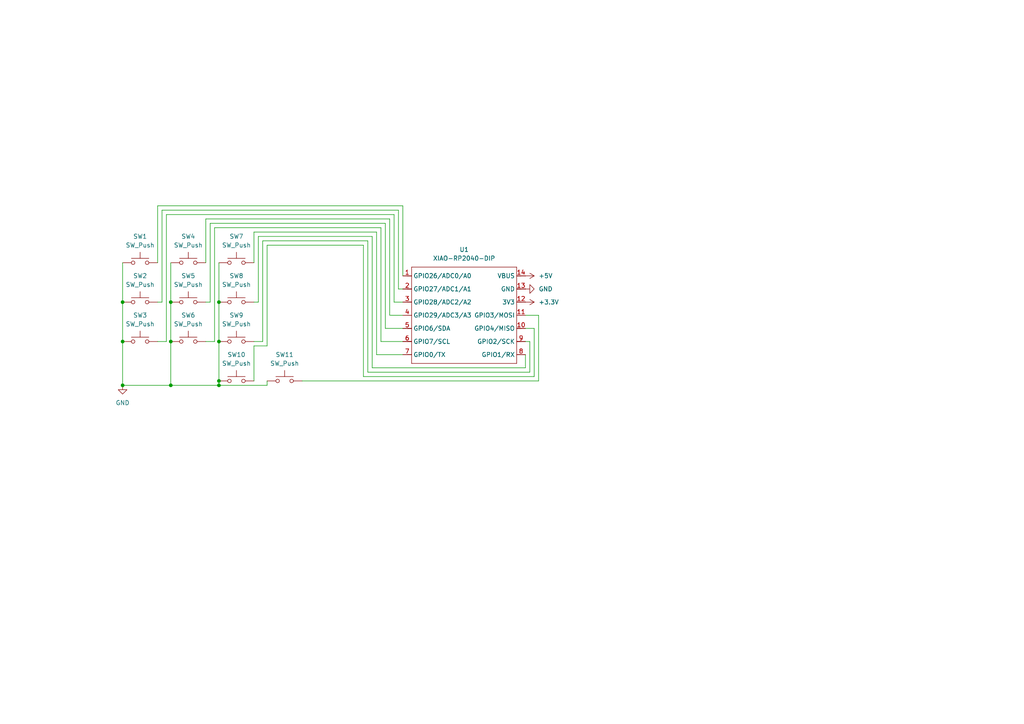
<source format=kicad_sch>
(kicad_sch (version 20250114) (generator "eeschema") (generator_version "9.0")
  (paper "A4")
  (lib_symbols
    (symbol "OPL:XIAO-RP2040-DIP"
      (property "Reference" "U" (at 0 0 0))
      (property "Value" "XIAO-RP2040-DIP" (at 5.334 -1.778 0))
      (symbol "XIAO-RP2040-DIP_1_0"
        (polyline (pts (xy -1.27 -2.54) (xy 29.21 -2.54)) (stroke (width 0.1524)))
        (polyline (pts (xy -1.27 -5.08) (xy -2.54 -5.08)) (stroke (width 0.1524)))
        (polyline (pts (xy -1.27 -5.08) (xy -1.27 -2.54)) (stroke (width 0.1524)))
        (polyline (pts (xy -1.27 -8.89) (xy -2.54 -8.89)) (stroke (width 0.1524)))
        (polyline (pts (xy -1.27 -8.89) (xy -1.27 -5.08)) (stroke (width 0.1524)))
        (polyline (pts (xy -1.27 -12.7) (xy -2.54 -12.7)) (stroke (width 0.1524)))
        (polyline (pts (xy -1.27 -12.7) (xy -1.27 -8.89)) (stroke (width 0.1524)))
        (polyline (pts (xy -1.27 -16.51) (xy -2.54 -16.51)) (stroke (width 0.1524)))
        (polyline (pts (xy -1.27 -16.51) (xy -1.27 -12.7)) (stroke (width 0.1524)))
        (polyline (pts (xy -1.27 -20.32) (xy -2.54 -20.32)) (stroke (width 0.1524)))
        (polyline (pts (xy -1.27 -24.13) (xy -2.54 -24.13)) (stroke (width 0.1524)))
        (polyline (pts (xy -1.27 -27.94) (xy -2.54 -27.94)) (stroke (width 0.1524)))
        (polyline (pts (xy -1.27 -30.48) (xy -1.27 -16.51)) (stroke (width 0.1524)))
        (polyline (pts (xy 29.21 -2.54) (xy 29.21 -5.08)) (stroke (width 0.1524)))
        (polyline (pts (xy 29.21 -5.08) (xy 29.21 -8.89)) (stroke (width 0.1524)))
        (polyline (pts (xy 29.21 -8.89) (xy 29.21 -12.7)) (stroke (width 0.1524)))
        (polyline (pts (xy 29.21 -12.7) (xy 29.21 -30.48)) (stroke (width 0.1524)))
        (polyline (pts (xy 29.21 -30.48) (xy -1.27 -30.48)) (stroke (width 0.1524)))
        (polyline (pts (xy 30.48 -5.08) (xy 29.21 -5.08)) (stroke (width 0.1524)))
        (polyline (pts (xy 30.48 -8.89) (xy 29.21 -8.89)) (stroke (width 0.1524)))
        (polyline (pts (xy 30.48 -12.7) (xy 29.21 -12.7)) (stroke (width 0.1524)))
        (polyline (pts (xy 30.48 -16.51) (xy 29.21 -16.51)) (stroke (width 0.1524)))
        (polyline (pts (xy 30.48 -20.32) (xy 29.21 -20.32)) (stroke (width 0.1524)))
        (polyline (pts (xy 30.48 -24.13) (xy 29.21 -24.13)) (stroke (width 0.1524)))
        (polyline (pts (xy 30.48 -27.94) (xy 29.21 -27.94)) (stroke (width 0.1524)))
        (pin passive line (at -3.81 -5.08 0) (length 2.54) (name "GPIO26/ADC0/A0") (number "1"))
        (pin passive line (at -3.81 -8.89 0) (length 2.54) (name "GPIO27/ADC1/A1") (number "2"))
        (pin passive line (at -3.81 -12.7 0) (length 2.54) (name "GPIO28/ADC2/A2") (number "3"))
        (pin passive line (at -3.81 -16.51 0) (length 2.54) (name "GPIO29/ADC3/A3") (number "4"))
        (pin passive line (at -3.81 -20.32 0) (length 2.54) (name "GPIO6/SDA") (number "5"))
        (pin passive line (at -3.81 -24.13 0) (length 2.54) (name "GPIO7/SCL") (number "6"))
        (pin passive line (at -3.81 -27.94 0) (length 2.54) (name "GPIO0/TX") (number "7"))
        (pin passive line (at 31.75 -5.08 180) (length 2.54) (name "VBUS") (number "14"))
        (pin passive line (at 31.75 -8.89 180) (length 2.54) (name "GND") (number "13"))
        (pin passive line (at 31.75 -12.7 180) (length 2.54) (name "3V3") (number "12"))
        (pin passive line (at 31.75 -16.51 180) (length 2.54) (name "GPIO3/MOSI") (number "11"))
        (pin passive line (at 31.75 -20.32 180) (length 2.54) (name "GPIO4/MISO") (number "10"))
        (pin passive line (at 31.75 -24.13 180) (length 2.54) (name "GPIO2/SCK") (number "9"))
        (pin passive line (at 31.75 -27.94 180) (length 2.54) (name "GPIO1/RX") (number "8"))
      )
    )
    (symbol "Switch:SW_Push" (pin_numbers (hide yes)) (pin_names (offset 1.016) (hide yes))
      (property "Reference" "SW" (at 1.27 2.54 0))
      (property "Value" "SW_Push" (at 0 -1.524 0))
      (symbol "SW_Push_0_1"
        (circle (center -2.032 0) (radius 0.508))
        (polyline (pts (xy 0 1.27) (xy 0 3.048)))
        (circle (center 2.032 0) (radius 0.508))
        (polyline (pts (xy 2.54 1.27) (xy -2.54 1.27)))
        (pin passive line (at -5.08 0 0) (length 2.54) (name "1") (number "1"))
        (pin passive line (at 5.08 0 180) (length 2.54) (name "2") (number "2"))
      )
    )
    (symbol "power:+3.3V" (power) (pin_numbers (hide yes)) (pin_names (offset 0) (hide yes))
      (property "Value" "+3.3V" (at 0 3.556 0))
      (symbol "+3.3V_0_1"
        (polyline (pts (xy -0.762 1.27) (xy 0 2.54)))
        (polyline (pts (xy 0 2.54) (xy 0.762 1.27)))
        (polyline (pts (xy 0 0) (xy 0 2.54)))
      )
      (symbol "+3.3V_1_1"
        (pin power_in line (at 0 0 90) (length 0) (name "~") (number "1"))
      )
    )
    (symbol "power:+5V" (power) (pin_numbers (hide yes)) (pin_names (offset 0) (hide yes))
      (property "Value" "+5V" (at 0 3.556 0))
      (symbol "+5V_0_1"
        (polyline (pts (xy -0.762 1.27) (xy 0 2.54)))
        (polyline (pts (xy 0 2.54) (xy 0.762 1.27)))
        (polyline (pts (xy 0 0) (xy 0 2.54)))
      )
      (symbol "+5V_1_1"
        (pin power_in line (at 0 0 90) (length 0) (name "~") (number "1"))
      )
    )
    (symbol "power:GND" (power) (pin_numbers (hide yes)) (pin_names (offset 0) (hide yes))
      (property "Value" "GND" (at 0 -3.81 0))
      (symbol "GND_0_1"
        (polyline (pts (xy 0 0) (xy 0 -1.27) (xy 1.27 -1.27) (xy 0 -2.54) (xy -1.27 -1.27) (xy 0 -1.27)))
      )
      (symbol "GND_1_1"
        (pin power_in line (at 0 0 270) (length 0) (name "~") (number "1"))
      )
    )
  )
  (junction (at 63.5 111.76))
  (junction (at 35.56 99.06))
  (junction (at 35.56 111.76))
  (junction (at 35.56 87.63))
  (junction (at 49.53 111.76))
  (junction (at 63.5 87.63))
  (junction (at 63.5 110.49))
  (junction (at 49.53 87.63))
  (junction (at 63.5 99.06))
  (junction (at 49.53 99.06))
  (wire (pts (xy 153.67 99.06) (xy 152.4 99.06)))
  (wire (pts (xy 73.66 100.33) (xy 77.47 100.33)))
  (wire (pts (xy 110.49 66.04) (xy 110.49 99.06)))
  (wire (pts (xy 114.3 62.23) (xy 114.3 87.63)))
  (wire (pts (xy 73.66 76.2) (xy 73.66 67.31)))
  (wire (pts (xy 154.94 95.25) (xy 152.4 95.25)))
  (wire (pts (xy 45.72 99.06) (xy 48.26 99.06)))
  (wire (pts (xy 111.76 64.77) (xy 111.76 95.25)))
  (wire (pts (xy 105.41 109.22) (xy 154.94 109.22)))
  (wire (pts (xy 73.66 99.06) (xy 76.2 99.06)))
  (wire (pts (xy 154.94 109.22) (xy 154.94 95.25)))
  (wire (pts (xy 35.56 87.63) (xy 35.56 99.06)))
  (wire (pts (xy 60.96 87.63) (xy 60.96 64.77)))
  (wire (pts (xy 74.93 68.58) (xy 107.95 68.58)))
  (wire (pts (xy 62.23 99.06) (xy 62.23 66.04)))
  (wire (pts (xy 156.21 91.44) (xy 152.4 91.44)))
  (wire (pts (xy 46.99 87.63) (xy 46.99 60.96)))
  (wire (pts (xy 49.53 76.2) (xy 49.53 87.63)))
  (wire (pts (xy 109.22 102.87) (xy 116.84 102.87)))
  (wire (pts (xy 107.95 68.58) (xy 107.95 106.68)))
  (wire (pts (xy 59.69 76.2) (xy 59.69 63.5)))
  (wire (pts (xy 110.49 99.06) (xy 116.84 99.06)))
  (wire (pts (xy 48.26 62.23) (xy 114.3 62.23)))
  (wire (pts (xy 107.95 106.68) (xy 152.4 106.68)))
  (wire (pts (xy 77.47 71.12) (xy 105.41 71.12)))
  (wire (pts (xy 49.53 87.63) (xy 49.53 99.06)))
  (wire (pts (xy 115.57 83.82) (xy 116.84 83.82)))
  (wire (pts (xy 73.66 87.63) (xy 74.93 87.63)))
  (wire (pts (xy 76.2 69.85) (xy 106.68 69.85)))
  (wire (pts (xy 45.72 59.69) (xy 116.84 59.69)))
  (wire (pts (xy 116.84 59.69) (xy 116.84 80.01)))
  (wire (pts (xy 60.96 64.77) (xy 111.76 64.77)))
  (wire (pts (xy 156.21 110.49) (xy 156.21 91.44)))
  (wire (pts (xy 77.47 100.33) (xy 77.47 71.12)))
  (wire (pts (xy 153.67 107.95) (xy 153.67 99.06)))
  (wire (pts (xy 62.23 66.04) (xy 110.49 66.04)))
  (wire (pts (xy 113.03 63.5) (xy 113.03 91.44)))
  (wire (pts (xy 105.41 71.12) (xy 105.41 109.22)))
  (wire (pts (xy 109.22 67.31) (xy 109.22 102.87)))
  (wire (pts (xy 45.72 87.63) (xy 46.99 87.63)))
  (wire (pts (xy 35.56 99.06) (xy 35.56 111.76)))
  (wire (pts (xy 106.68 69.85) (xy 106.68 107.95)))
  (wire (pts (xy 87.63 110.49) (xy 156.21 110.49)))
  (wire (pts (xy 113.03 91.44) (xy 116.84 91.44)))
  (wire (pts (xy 73.66 67.31) (xy 109.22 67.31)))
  (wire (pts (xy 59.69 87.63) (xy 60.96 87.63)))
  (wire (pts (xy 46.99 60.96) (xy 115.57 60.96)))
  (wire (pts (xy 152.4 106.68) (xy 152.4 102.87)))
  (wire (pts (xy 114.3 87.63) (xy 116.84 87.63)))
  (wire (pts (xy 77.47 111.76) (xy 77.47 110.49)))
  (wire (pts (xy 63.5 76.2) (xy 63.5 87.63)))
  (wire (pts (xy 73.66 110.49) (xy 73.66 100.33)))
  (wire (pts (xy 115.57 60.96) (xy 115.57 83.82)))
  (wire (pts (xy 45.72 76.2) (xy 45.72 59.69)))
  (wire (pts (xy 48.26 99.06) (xy 48.26 62.23)))
  (wire (pts (xy 76.2 99.06) (xy 76.2 69.85)))
  (wire (pts (xy 106.68 107.95) (xy 153.67 107.95)))
  (wire (pts (xy 63.5 111.76) (xy 63.5 110.49)))
  (wire (pts (xy 63.5 99.06) (xy 63.5 110.49)))
  (wire (pts (xy 35.56 111.76) (xy 49.53 111.76)))
  (wire (pts (xy 35.56 76.2) (xy 35.56 87.63)))
  (wire (pts (xy 59.69 99.06) (xy 62.23 99.06)))
  (wire (pts (xy 59.69 63.5) (xy 113.03 63.5)))
  (wire (pts (xy 111.76 95.25) (xy 116.84 95.25)))
  (wire (pts (xy 49.53 111.76) (xy 49.53 99.06)))
  (wire (pts (xy 63.5 111.76) (xy 77.47 111.76)))
  (wire (pts (xy 63.5 87.63) (xy 63.5 99.06)))
  (wire (pts (xy 74.93 87.63) (xy 74.93 68.58)))
  (wire (pts (xy 49.53 111.76) (xy 63.5 111.76)))
  (symbol (lib_id "power:GND") (at 152.4 83.82 90) (unit 1)
    (property "Reference" "#PWR01" (effects (hide yes)))
    (property "Value" "GND" (at 156.21 83.8199 90) (effects (justify right)))
    (property "Description" "Power symbol creates a global label with name \"GND\" , ground" (effects (hide yes)))
  )
  (symbol (lib_id "Switch:SW_Push") (at 82.55 110.49 0) (unit 1)
    (property "Reference" "SW11" (at 82.55 102.87 0))
    (property "Value" "SW_Push" (at 82.55 105.41 0))
    (property "Footprint" "Button_Switch_Keyboard:SW_Cherry_MX_1.00u_PCB" (effects (hide yes)))
    (property "Description" "Push button switch, generic, two pins" (effects (hide yes)))
  )
  (symbol (lib_id "Switch:SW_Push") (at 54.61 99.06 0) (unit 1)
    (property "Reference" "SW6" (at 54.61 91.44 0))
    (property "Value" "SW_Push" (at 54.61 93.98 0))
    (property "Footprint" "Button_Switch_Keyboard:SW_Cherry_MX_1.00u_PCB" (effects (hide yes)))
    (property "Description" "Push button switch, generic, two pins" (effects (hide yes)))
  )
  (symbol (lib_id "power:+5V") (at 152.4 80.01 270) (unit 1)
    (property "Reference" "#PWR03" (effects (hide yes)))
    (property "Value" "+5V" (at 156.21 80.0099 90) (effects (justify left)))
    (property "Description" "Power symbol creates a global label with name \"+5V\"" (effects (hide yes)))
  )
  (symbol (lib_id "Switch:SW_Push") (at 54.61 76.2 0) (unit 1)
    (property "Reference" "SW4" (at 54.61 68.58 0))
    (property "Value" "SW_Push" (at 54.61 71.12 0))
    (property "Footprint" "Button_Switch_Keyboard:SW_Cherry_MX_1.00u_PCB" (effects (hide yes)))
    (property "Description" "Push button switch, generic, two pins" (effects (hide yes)))
  )
  (symbol (lib_id "Switch:SW_Push") (at 68.58 110.49 0) (unit 1)
    (property "Reference" "SW10" (at 68.58 102.87 0))
    (property "Value" "SW_Push" (at 68.58 105.41 0))
    (property "Footprint" "Button_Switch_Keyboard:SW_Cherry_MX_1.00u_PCB" (effects (hide yes)))
    (property "Description" "Push button switch, generic, two pins" (effects (hide yes)))
  )
  (symbol (lib_id "Switch:SW_Push") (at 54.61 87.63 0) (unit 1)
    (property "Reference" "SW5" (at 54.61 80.01 0))
    (property "Value" "SW_Push" (at 54.61 82.55 0))
    (property "Footprint" "Button_Switch_Keyboard:SW_Cherry_MX_1.00u_PCB" (effects (hide yes)))
    (property "Description" "Push button switch, generic, two pins" (effects (hide yes)))
  )
  (symbol (lib_id "Switch:SW_Push") (at 40.64 87.63 0) (unit 1)
    (property "Reference" "SW2" (at 40.64 80.01 0))
    (property "Value" "SW_Push" (at 40.64 82.55 0))
    (property "Footprint" "Button_Switch_Keyboard:SW_Cherry_MX_1.00u_PCB" (effects (hide yes)))
    (property "Description" "Push button switch, generic, two pins" (effects (hide yes)))
  )
  (symbol (lib_id "power:+3.3V") (at 152.4 87.63 270) (unit 1)
    (property "Reference" "#PWR04" (effects (hide yes)))
    (property "Value" "+3.3V" (at 156.21 87.6299 90) (effects (justify left)))
    (property "Description" "Power symbol creates a global label with name \"+3.3V\"" (effects (hide yes)))
  )
  (symbol (lib_id "power:GND") (at 35.56 111.76 0) (unit 1)
    (property "Reference" "#PWR02" (effects (hide yes)))
    (property "Value" "GND" (at 35.56 116.84 0))
    (property "Description" "Power symbol creates a global label with name \"GND\" , ground" (effects (hide yes)))
  )
  (symbol (lib_id "OPL:XIAO-RP2040-DIP") (at 120.65 74.93 0) (unit 1)
    (property "Reference" "U1" (at 134.62 72.39 0))
    (property "Value" "XIAO-RP2040-DIP" (at 134.62 74.93 0))
    (property "Footprint" "OPL:XIAO-RP2040-DIP" (effects (hide yes)))
  )
  (symbol (lib_id "Switch:SW_Push") (at 68.58 99.06 0) (unit 1)
    (property "Reference" "SW9" (at 68.58 91.44 0))
    (property "Value" "SW_Push" (at 68.58 93.98 0))
    (property "Footprint" "Button_Switch_Keyboard:SW_Cherry_MX_1.00u_PCB" (effects (hide yes)))
    (property "Description" "Push button switch, generic, two pins" (effects (hide yes)))
  )
  (symbol (lib_id "Switch:SW_Push") (at 40.64 76.2 0) (unit 1)
    (property "Reference" "SW1" (at 40.64 68.58 0))
    (property "Value" "SW_Push" (at 40.64 71.12 0))
    (property "Footprint" "Button_Switch_Keyboard:SW_Cherry_MX_1.00u_PCB" (effects (hide yes)))
    (property "Description" "Push button switch, generic, two pins" (effects (hide yes)))
  )
  (symbol (lib_id "Switch:SW_Push") (at 68.58 87.63 0) (unit 1)
    (property "Reference" "SW8" (at 68.58 80.01 0))
    (property "Value" "SW_Push" (at 68.58 82.55 0))
    (property "Footprint" "Button_Switch_Keyboard:SW_Cherry_MX_1.00u_PCB" (effects (hide yes)))
    (property "Description" "Push button switch, generic, two pins" (effects (hide yes)))
  )
  (symbol (lib_id "Switch:SW_Push") (at 40.64 99.06 0) (unit 1)
    (property "Reference" "SW3" (at 40.64 91.44 0))
    (property "Value" "SW_Push" (at 40.64 93.98 0))
    (property "Footprint" "Button_Switch_Keyboard:SW_Cherry_MX_1.00u_PCB" (effects (hide yes)))
    (property "Description" "Push button switch, generic, two pins" (effects (hide yes)))
  )
  (symbol (lib_id "Switch:SW_Push") (at 68.58 76.2 0) (unit 1)
    (property "Reference" "SW7" (at 68.58 68.58 0))
    (property "Value" "SW_Push" (at 68.58 71.12 0))
    (property "Footprint" "Button_Switch_Keyboard:SW_Cherry_MX_1.00u_PCB" (effects (hide yes)))
    (property "Description" "Push button switch, generic, two pins" (effects (hide yes)))
  )
)
</source>
